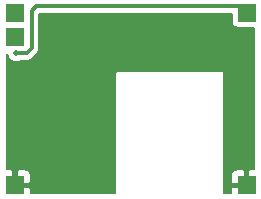
<source format=gbr>
G04 #@! TF.FileFunction,Copper,L2,Bot,Signal*
%FSLAX46Y46*%
G04 Gerber Fmt 4.6, Leading zero omitted, Abs format (unit mm)*
G04 Created by KiCad (PCBNEW 4.0.7) date 02/24/18 17:15:32*
%MOMM*%
%LPD*%
G01*
G04 APERTURE LIST*
%ADD10C,0.100000*%
%ADD11R,1.500000X1.500000*%
%ADD12C,0.508000*%
%ADD13C,0.300000*%
%ADD14C,0.200000*%
G04 APERTURE END LIST*
D10*
D11*
X126900000Y-95900000D03*
X146500000Y-95900000D03*
X146500000Y-81300000D03*
X126900000Y-81300000D03*
X126900000Y-83300000D03*
D12*
X127000000Y-88550000D03*
X135900000Y-84300000D03*
X135900000Y-83700000D03*
X136500000Y-84300000D03*
X136500000Y-83700000D03*
X135900000Y-81900000D03*
X135900000Y-82500000D03*
X136500000Y-81900000D03*
X135900000Y-83100000D03*
X136500000Y-82500000D03*
X136500000Y-83100000D03*
X143600000Y-84650000D03*
X143000000Y-84650000D03*
X142400000Y-84050000D03*
X142400000Y-84650000D03*
X143600000Y-84050000D03*
X143000000Y-84050000D03*
X134025000Y-92400000D03*
X131400000Y-87750000D03*
X131400000Y-87150000D03*
X130400000Y-85550000D03*
X130400000Y-84350000D03*
X130400000Y-84950000D03*
X129887500Y-89531250D03*
X130712500Y-89531250D03*
X130712500Y-90243750D03*
X129887500Y-90243750D03*
X129887500Y-90956250D03*
X130712500Y-90956250D03*
X130712500Y-91668750D03*
X129887500Y-91668750D03*
X134625000Y-92400000D03*
X135225000Y-91800000D03*
X135224002Y-91200000D03*
X135225000Y-92400000D03*
X127000000Y-84700000D03*
D13*
X146700000Y-81100000D02*
X146300000Y-80700000D01*
X146300000Y-80700000D02*
X128700000Y-80700000D01*
X127900000Y-84700000D02*
X127000000Y-84700000D01*
X128300000Y-84300000D02*
X127900000Y-84700000D01*
X128300000Y-81100000D02*
X128300000Y-84300000D01*
X128700000Y-80700000D02*
X128300000Y-81100000D01*
D14*
G36*
X145247581Y-82050000D02*
X145253930Y-82129623D01*
X145295753Y-82264672D01*
X145373543Y-82382724D01*
X145481142Y-82474429D01*
X145610029Y-82532528D01*
X145750000Y-82552419D01*
X147150000Y-82552419D01*
X147150000Y-94542000D01*
X146806000Y-94542000D01*
X146654000Y-94694000D01*
X146654000Y-95746000D01*
X146674000Y-95746000D01*
X146674000Y-96054000D01*
X146654000Y-96054000D01*
X146654000Y-96074000D01*
X146346000Y-96074000D01*
X146346000Y-96054000D01*
X145294000Y-96054000D01*
X145142000Y-96206000D01*
X145142000Y-96550000D01*
X144600000Y-96550000D01*
X144600000Y-95090117D01*
X145142000Y-95090117D01*
X145142000Y-95594000D01*
X145294000Y-95746000D01*
X146346000Y-95746000D01*
X146346000Y-94694000D01*
X146194000Y-94542000D01*
X145690117Y-94542000D01*
X145572653Y-94565365D01*
X145462004Y-94611197D01*
X145362422Y-94677736D01*
X145277735Y-94762423D01*
X145211197Y-94862004D01*
X145165365Y-94972653D01*
X145142000Y-95090117D01*
X144600000Y-95090117D01*
X144600000Y-86300000D01*
X144593161Y-86263654D01*
X144571681Y-86230273D01*
X144538906Y-86207879D01*
X144500000Y-86200000D01*
X135500000Y-86200000D01*
X135463654Y-86206839D01*
X135430273Y-86228319D01*
X135407879Y-86261094D01*
X135400000Y-86300000D01*
X135400000Y-96550000D01*
X128258000Y-96550000D01*
X128258000Y-96206000D01*
X128106000Y-96054000D01*
X127054000Y-96054000D01*
X127054000Y-96074000D01*
X126746000Y-96074000D01*
X126746000Y-96054000D01*
X126726000Y-96054000D01*
X126726000Y-95746000D01*
X126746000Y-95746000D01*
X126746000Y-94694000D01*
X127054000Y-94694000D01*
X127054000Y-95746000D01*
X128106000Y-95746000D01*
X128258000Y-95594000D01*
X128258000Y-95090117D01*
X128234635Y-94972653D01*
X128188803Y-94862004D01*
X128122265Y-94762423D01*
X128037578Y-94677736D01*
X127937996Y-94611197D01*
X127827347Y-94565365D01*
X127709883Y-94542000D01*
X127206000Y-94542000D01*
X127054000Y-94694000D01*
X126746000Y-94694000D01*
X126594000Y-94542000D01*
X126250000Y-94542000D01*
X126250000Y-84790592D01*
X126271702Y-84908836D01*
X126326135Y-85046319D01*
X126406236Y-85170611D01*
X126508953Y-85276978D01*
X126630374Y-85361368D01*
X126765874Y-85420566D01*
X126910291Y-85452318D01*
X127058126Y-85455415D01*
X127203747Y-85429738D01*
X127341606Y-85376266D01*
X127382995Y-85350000D01*
X127900000Y-85350000D01*
X127959778Y-85344139D01*
X128019568Y-85338908D01*
X128022850Y-85337955D01*
X128026252Y-85337621D01*
X128083735Y-85320266D01*
X128141389Y-85303516D01*
X128144424Y-85301943D01*
X128147696Y-85300955D01*
X128200731Y-85272756D01*
X128254015Y-85245136D01*
X128256684Y-85243005D01*
X128259705Y-85241399D01*
X128306232Y-85203452D01*
X128353158Y-85165992D01*
X128357913Y-85161302D01*
X128358012Y-85161221D01*
X128358088Y-85161129D01*
X128359619Y-85159619D01*
X128759619Y-84759620D01*
X128797721Y-84713234D01*
X128836324Y-84667229D01*
X128837972Y-84664231D01*
X128840139Y-84661593D01*
X128868504Y-84608694D01*
X128897438Y-84556062D01*
X128898471Y-84552806D01*
X128900087Y-84549792D01*
X128917640Y-84492378D01*
X128935796Y-84435143D01*
X128936177Y-84431744D01*
X128937176Y-84428477D01*
X128943240Y-84368779D01*
X128949937Y-84309075D01*
X128949983Y-84302393D01*
X128949996Y-84302269D01*
X128949985Y-84302153D01*
X128950000Y-84300000D01*
X128950000Y-81369238D01*
X128969239Y-81350000D01*
X145247581Y-81350000D01*
X145247581Y-82050000D01*
X145247581Y-82050000D01*
G37*
X145247581Y-82050000D02*
X145253930Y-82129623D01*
X145295753Y-82264672D01*
X145373543Y-82382724D01*
X145481142Y-82474429D01*
X145610029Y-82532528D01*
X145750000Y-82552419D01*
X147150000Y-82552419D01*
X147150000Y-94542000D01*
X146806000Y-94542000D01*
X146654000Y-94694000D01*
X146654000Y-95746000D01*
X146674000Y-95746000D01*
X146674000Y-96054000D01*
X146654000Y-96054000D01*
X146654000Y-96074000D01*
X146346000Y-96074000D01*
X146346000Y-96054000D01*
X145294000Y-96054000D01*
X145142000Y-96206000D01*
X145142000Y-96550000D01*
X144600000Y-96550000D01*
X144600000Y-95090117D01*
X145142000Y-95090117D01*
X145142000Y-95594000D01*
X145294000Y-95746000D01*
X146346000Y-95746000D01*
X146346000Y-94694000D01*
X146194000Y-94542000D01*
X145690117Y-94542000D01*
X145572653Y-94565365D01*
X145462004Y-94611197D01*
X145362422Y-94677736D01*
X145277735Y-94762423D01*
X145211197Y-94862004D01*
X145165365Y-94972653D01*
X145142000Y-95090117D01*
X144600000Y-95090117D01*
X144600000Y-86300000D01*
X144593161Y-86263654D01*
X144571681Y-86230273D01*
X144538906Y-86207879D01*
X144500000Y-86200000D01*
X135500000Y-86200000D01*
X135463654Y-86206839D01*
X135430273Y-86228319D01*
X135407879Y-86261094D01*
X135400000Y-86300000D01*
X135400000Y-96550000D01*
X128258000Y-96550000D01*
X128258000Y-96206000D01*
X128106000Y-96054000D01*
X127054000Y-96054000D01*
X127054000Y-96074000D01*
X126746000Y-96074000D01*
X126746000Y-96054000D01*
X126726000Y-96054000D01*
X126726000Y-95746000D01*
X126746000Y-95746000D01*
X126746000Y-94694000D01*
X127054000Y-94694000D01*
X127054000Y-95746000D01*
X128106000Y-95746000D01*
X128258000Y-95594000D01*
X128258000Y-95090117D01*
X128234635Y-94972653D01*
X128188803Y-94862004D01*
X128122265Y-94762423D01*
X128037578Y-94677736D01*
X127937996Y-94611197D01*
X127827347Y-94565365D01*
X127709883Y-94542000D01*
X127206000Y-94542000D01*
X127054000Y-94694000D01*
X126746000Y-94694000D01*
X126594000Y-94542000D01*
X126250000Y-94542000D01*
X126250000Y-84790592D01*
X126271702Y-84908836D01*
X126326135Y-85046319D01*
X126406236Y-85170611D01*
X126508953Y-85276978D01*
X126630374Y-85361368D01*
X126765874Y-85420566D01*
X126910291Y-85452318D01*
X127058126Y-85455415D01*
X127203747Y-85429738D01*
X127341606Y-85376266D01*
X127382995Y-85350000D01*
X127900000Y-85350000D01*
X127959778Y-85344139D01*
X128019568Y-85338908D01*
X128022850Y-85337955D01*
X128026252Y-85337621D01*
X128083735Y-85320266D01*
X128141389Y-85303516D01*
X128144424Y-85301943D01*
X128147696Y-85300955D01*
X128200731Y-85272756D01*
X128254015Y-85245136D01*
X128256684Y-85243005D01*
X128259705Y-85241399D01*
X128306232Y-85203452D01*
X128353158Y-85165992D01*
X128357913Y-85161302D01*
X128358012Y-85161221D01*
X128358088Y-85161129D01*
X128359619Y-85159619D01*
X128759619Y-84759620D01*
X128797721Y-84713234D01*
X128836324Y-84667229D01*
X128837972Y-84664231D01*
X128840139Y-84661593D01*
X128868504Y-84608694D01*
X128897438Y-84556062D01*
X128898471Y-84552806D01*
X128900087Y-84549792D01*
X128917640Y-84492378D01*
X128935796Y-84435143D01*
X128936177Y-84431744D01*
X128937176Y-84428477D01*
X128943240Y-84368779D01*
X128949937Y-84309075D01*
X128949983Y-84302393D01*
X128949996Y-84302269D01*
X128949985Y-84302153D01*
X128950000Y-84300000D01*
X128950000Y-81369238D01*
X128969239Y-81350000D01*
X145247581Y-81350000D01*
X145247581Y-82050000D01*
M02*

</source>
